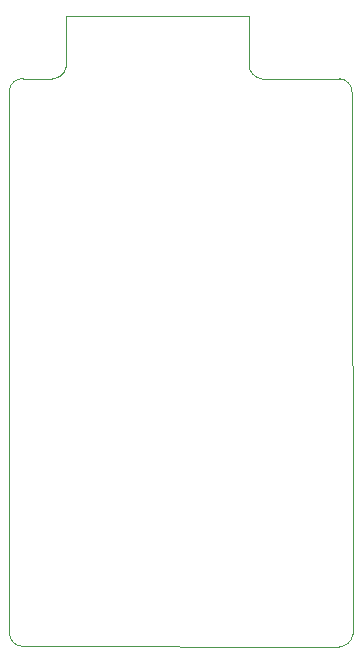
<source format=gm1>
%TF.GenerationSoftware,KiCad,Pcbnew,(6.0.10)*%
%TF.CreationDate,2023-01-26T00:46:22-05:00*%
%TF.ProjectId,espc4synth,65737063-3473-4796-9e74-682e6b696361,1*%
%TF.SameCoordinates,Original*%
%TF.FileFunction,Profile,NP*%
%FSLAX46Y46*%
G04 Gerber Fmt 4.6, Leading zero omitted, Abs format (unit mm)*
G04 Created by KiCad (PCBNEW (6.0.10)) date 2023-01-26 00:46:22*
%MOMM*%
%LPD*%
G01*
G04 APERTURE LIST*
%TA.AperFunction,Profile*%
%ADD10C,0.100000*%
%TD*%
G04 APERTURE END LIST*
D10*
X16925000Y-31600013D02*
G75*
G03*
X18100000Y-30650000I33900J1159713D01*
G01*
X42319377Y-32776789D02*
X42375000Y-78625000D01*
X18100000Y-26300000D02*
X18100000Y-30650000D01*
X33600000Y-26300000D02*
X18100000Y-26300000D01*
X13305623Y-78498211D02*
X13288351Y-32542500D01*
X13305599Y-78498210D02*
G75*
G03*
X14370349Y-79668900I1133201J-38890D01*
G01*
X14463351Y-31592500D02*
X16925000Y-31600000D01*
X42319401Y-32776790D02*
G75*
G03*
X41254651Y-31606100I-1133201J38890D01*
G01*
X33610296Y-30429312D02*
G75*
G03*
X34675000Y-31600000I1133204J-38888D01*
G01*
X14463351Y-31592496D02*
G75*
G03*
X13288351Y-32542500I-33901J-1159714D01*
G01*
X34675000Y-31600000D02*
X41254651Y-31606100D01*
X41204312Y-79689704D02*
G75*
G03*
X42375000Y-78625000I38888J1133204D01*
G01*
X41204311Y-79689726D02*
X14370349Y-79668900D01*
X33610274Y-30429311D02*
X33600000Y-26300000D01*
M02*

</source>
